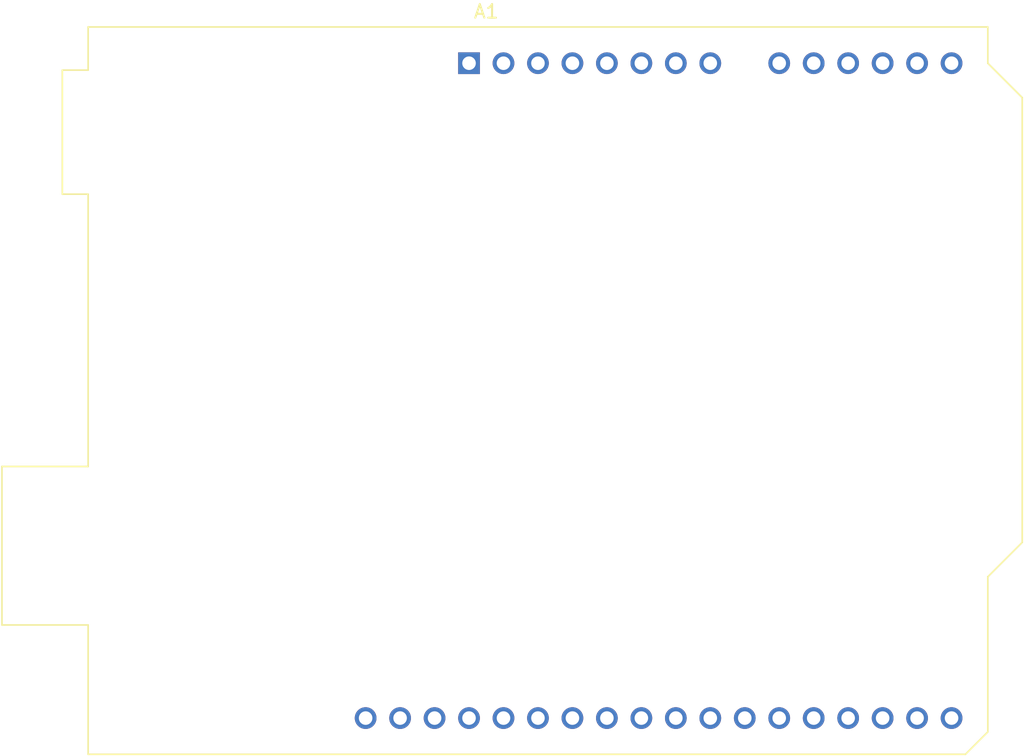
<source format=kicad_pcb>
(kicad_pcb (version 20240108) (generator "pcbnew") (generator_version "8.0")
  (layers (0 "F.Cu" signal) (31 "B.Cu" signal) (34 "B.Paste" user) (35 "F.Paste" user) (36 "B.SilkS" user "B.Silkscreen") (37 "F.SilkS" user "F.Silkscreen") (38 "B.Mask" user) (39 "F.Mask" user) (44 "Edge.Cuts" user))
  (net 0 "")
  (net 1 "/A1")
  (net 6 "/~{EN}")
  (net 8 "GND1")
  (net 9 "/WH")
  (net 10 "/WL")
  (net 12 "+5V")
  (net 13 "/UL")
  (net 16 "/VH")
  (net 21 "/UH")
  (net 23 "/FAULT")
  (net 24 "/B1")
  (net 26 "/A0")
  (net 28 "/VL")
  (net 29 "/B0")
  (footprint "For_Rasterboard:Arduino_UNO_R3_WithMountingHoles_Snapped_to_P2.54mm" (layer "F.Cu") (at 34.565 2.815)
    (property "Reference" "A1" (at 1.27 -3.81 180) (layer "F.SilkS"))
    (property "Value" "Arduino_UNO_R2")
    (fp_line (start -34.42 29.72) (end -34.42 41.4) (stroke (width 0.12)) (layer "F.SilkS"))
    (fp_line (start -34.42 41.4) (end -28.07 41.4) (stroke (width 0.12)) (layer "F.SilkS"))
    (fp_line (start -29.97 0.51) (end -29.97 9.65) (stroke (width 0.12)) (layer "F.SilkS"))
    (fp_line (start -29.97 9.65) (end -28.07 9.65) (stroke (width 0.12)) (layer "F.SilkS"))
    (fp_line (start -28.07 -2.67) (end -28.07 0.51) (stroke (width 0.12)) (layer "F.SilkS"))
    (fp_line (start -28.07 0.51) (end -29.97 0.51) (stroke (width 0.12)) (layer "F.SilkS"))
    (fp_line (start -28.07 9.65) (end -28.07 29.72) (stroke (width 0.12)) (layer "F.SilkS"))
    (fp_line (start -28.07 29.72) (end -34.42 29.72) (stroke (width 0.12)) (layer "F.SilkS"))
    (fp_line (start -28.07 41.4) (end -28.07 50.93) (stroke (width 0.12)) (layer "F.SilkS"))
    (fp_line (start -28.07 50.93) (end 36.58 50.93) (stroke (width 0.12)) (layer "F.SilkS"))
    (fp_line (start 36.58 50.93) (end 38.23 49.28) (stroke (width 0.12)) (layer "F.SilkS"))
    (fp_line (start 38.23 -2.67) (end -28.07 -2.67) (stroke (width 0.12)) (layer "F.SilkS"))
    (fp_line (start 38.23 0) (end 38.23 -2.67) (stroke (width 0.12)) (layer "F.SilkS"))
    (fp_line (start 38.23 37.85) (end 40.77 35.31) (stroke (width 0.12)) (layer "F.SilkS"))
    (fp_line (start 38.23 49.28) (end 38.23 37.85) (stroke (width 0.12)) (layer "F.SilkS"))
    (fp_line (start 40.77 2.54) (end 38.23 0) (stroke (width 0.12)) (layer "F.SilkS"))
    (fp_line (start 40.77 35.31) (end 40.77 2.54) (stroke (width 0.12)) (layer "F.SilkS"))
    (pad "" np_thru_hole circle (at -13.97 0 90) (size 3.2 3.2) (drill 3.2) (layers "*.Cu" "*.Mask"))
    (pad "" np_thru_hole circle (at -12.7 48.26 90) (size 3.2 3.2) (drill 3.2) (layers "*.Cu" "*.Mask"))
    (pad "" np_thru_hole circle (at 38.1 5.08 90) (size 3.2 3.2) (drill 3.2) (layers "*.Cu" "*.Mask"))
    (pad "" np_thru_hole circle (at 38.1 33.02 90) (size 3.2 3.2) (drill 3.2) (layers "*.Cu" "*.Mask"))
    (pad "1" thru_hole rect (at 0 0 90) (size 1.6 1.6) (drill 1) (layers "*.Cu" "*.Mask"))
    (pad "2" thru_hole oval (at 2.54 0 90) (size 1.6 1.6) (drill 1) (layers "*.Cu" "*.Mask"))
    (pad "3" thru_hole oval (at 5.08 0 90) (size 1.6 1.6) (drill 1) (layers "*.Cu" "*.Mask"))
    (pad "4" thru_hole oval (at 7.62 0 90) (size 1.6 1.6) (drill 1) (layers "*.Cu" "*.Mask"))
    (pad "5" thru_hole oval (at 10.16 0 90) (size 1.6 1.6) (drill 1) (layers "*.Cu" "*.Mask") (net 12 "+5V"))
    (pad "6" thru_hole oval (at 12.7 0 90) (size 1.6 1.6) (drill 1) (layers "*.Cu" "*.Mask"))
    (pad "7" thru_hole oval (at 15.24 0 90) (size 1.6 1.6) (drill 1) (layers "*.Cu" "*.Mask"))
    (pad "8" thru_hole oval (at 17.78 0 90) (size 1.6 1.6) (drill 1) (layers "*.Cu" "*.Mask"))
    (pad "9" thru_hole oval (at 22.86 0 90) (size 1.6 1.6) (drill 1) (layers "*.Cu" "*.Mask") (net 26 "/A0"))
    (pad "10" thru_hole oval (at 25.4 0 90) (size 1.6 1.6) (drill 1) (layers "*.Cu" "*.Mask") (net 29 "/B0"))
    (pad "11" thru_hole oval (at 27.94 0 90) (size 1.6 1.6) (drill 1) (layers "*.Cu" "*.Mask") (net 1 "/A1"))
    (pad "12" thru_hole oval (at 30.48 0 90) (size 1.6 1.6) (drill 1) (layers "*.Cu" "*.Mask") (net 24 "/B1"))
    (pad "13" thru_hole oval (at 33.02 0 90) (size 1.6 1.6) (drill 1) (layers "*.Cu" "*.Mask"))
    (pad "14" thru_hole oval (at 35.56 0 90) (size 1.6 1.6) (drill 1) (layers "*.Cu" "*.Mask"))
    (pad "15" thru_hole oval (at 35.56 48.26 90) (size 1.6 1.6) (drill 1) (layers "*.Cu" "*.Mask"))
    (pad "16" thru_hole oval (at 33.02 48.26 90) (size 1.6 1.6) (drill 1) (layers "*.Cu" "*.Mask"))
    (pad "17" thru_hole oval (at 30.48 48.26 90) (size 1.6 1.6) (drill 1) (layers "*.Cu" "*.Mask"))
    (pad "18" thru_hole oval (at 27.94 48.26 90) (size 1.6 1.6) (drill 1) (layers "*.Cu" "*.Mask"))
    (pad "19" thru_hole oval (at 25.4 48.26 90) (size 1.6 1.6) (drill 1) (layers "*.Cu" "*.Mask"))
    (pad "20" thru_hole oval (at 22.86 48.26 90) (size 1.6 1.6) (drill 1) (layers "*.Cu" "*.Mask"))
    (pad "21" thru_hole oval (at 20.32 48.26 90) (size 1.6 1.6) (drill 1) (layers "*.Cu" "*.Mask") (net 23 "/FAULT"))
    (pad "22" thru_hole oval (at 17.78 48.26 90) (size 1.6 1.6) (drill 1) (layers "*.Cu" "*.Mask") (net 6 "/~{EN}"))
    (pad "23" thru_hole oval (at 15.24 48.26 90) (size 1.6 1.6) (drill 1) (layers "*.Cu" "*.Mask") (net 21 "/UH"))
    (pad "24" thru_hole oval (at 12.7 48.26 90) (size 1.6 1.6) (drill 1) (layers "*.Cu" "*.Mask") (net 13 "/UL"))
    (pad "25" thru_hole oval (at 10.16 48.26 90) (size 1.6 1.6) (drill 1) (layers "*.Cu" "*.Mask") (net 16 "/VH"))
    (pad "26" thru_hole oval (at 7.62 48.26 90) (size 1.6 1.6) (drill 1) (layers "*.Cu" "*.Mask") (net 28 "/VL"))
    (pad "27" thru_hole oval (at 5.08 48.26 90) (size 1.6 1.6) (drill 1) (layers "*.Cu" "*.Mask") (net 9 "/WH"))
    (pad "28" thru_hole oval (at 2.54 48.26 90) (size 1.6 1.6) (drill 1) (layers "*.Cu" "*.Mask") (net 10 "/WL"))
    (pad "29" thru_hole oval (at 0 48.26 90) (size 1.6 1.6) (drill 1) (layers "*.Cu" "*.Mask") (net 8 "GND1"))
    (pad "30" thru_hole oval (at -2.54 48.26 90) (size 1.6 1.6) (drill 1) (layers "*.Cu" "*.Mask"))
    (pad "31" thru_hole oval (at -5.08 48.26 90) (size 1.6 1.6) (drill 1) (layers "*.Cu" "*.Mask"))
    (pad "32" thru_hole oval (at -7.62 48.26 90) (size 1.6 1.6) (drill 1) (layers "*.Cu" "*.Mask"))
  )
)
</source>
